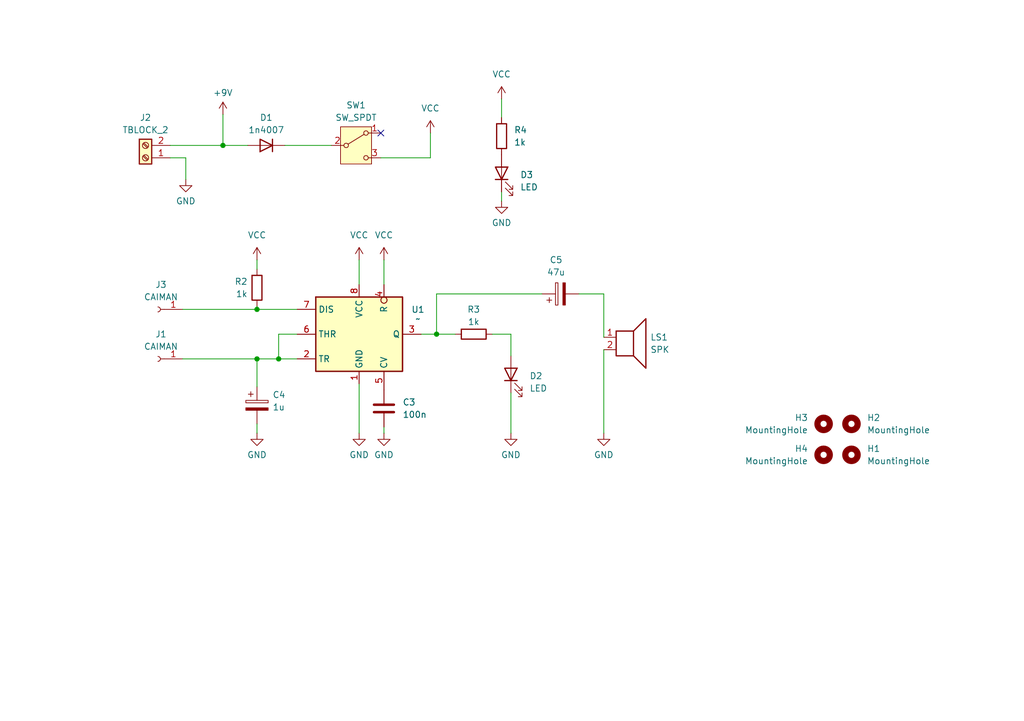
<source format=kicad_sch>
(kicad_sch (version 20250114) (generator "eeschema") (generator_version "9.0")
  (paper "A5")
  (title_block (title "ud_pudu") (date "2025-04-25") (rev "v1") (company "dis8644") (comment 1 "Comenzado y esperamos que terminado en la clase del viernes"))
  (lib_symbols
    (symbol "555_ordenado:555_wellOriented"
      (property "Reference" "U" (at 0 0 0))
      (symbol "555_wellOriented_0_0"
        (pin power_in line (at 0 10.16 270) (length 2.54) (name "VCC") (number "8"))
        (pin power_in line (at 0 -10.16 90) (length 2.54) (name "GND") (number "1"))
      )
      (symbol "555_wellOriented_0_1"
        (rectangle (start -8.89 -7.62) (end 8.89 7.62) (stroke (width 0.254)) (fill (type background)))
        (rectangle (start -8.89 -7.62) (end 8.89 7.62) (stroke (width 0.254)) (fill (type background)))
      )
      (symbol "555_wellOriented_1_1"
        (pin input line (at -12.7 5.08 0) (length 3.81) (name "DIS") (number "7"))
        (pin input line (at -12.7 0 0) (length 3.81) (name "THR") (number "6"))
        (pin input line (at -12.7 -5.08 0) (length 3.81) (name "TR") (number "2"))
        (pin input inverted (at 5.08 10.16 270) (length 3.81) (name "R") (number "4"))
        (pin input line (at 5.08 -11.43 90) (length 3.81) (name "CV") (number "5"))
        (pin output line (at 12.7 0 180) (length 3.81) (name "Q") (number "3"))
      )
    )
    (symbol "Connector:Conn_01x01_Socket" (pin_names (offset 1.016) (hide yes))
      (property "Reference" "J" (at 0 2.54 0))
      (property "Value" "Conn_01x01_Socket" (at 0 -2.54 0))
      (symbol "Conn_01x01_Socket_1_1"
        (polyline (pts (xy -1.27 0) (xy -0.508 0)) (stroke (width 0.1524)))
        (arc (start 0 -0.508) (mid -0.5058 0) (end 0 0.508) (stroke (width 0.1524)))
        (pin passive line (at -5.08 0 0) (length 3.81) (name "Pin_1") (number "1"))
      )
    )
    (symbol "Device:C" (pin_numbers (hide yes)) (pin_names (offset 0.254))
      (property "Reference" "C" (at 0.635 2.54 0))
      (property "Value" "C" (at 0.635 -2.54 0))
      (symbol "C_0_1"
        (polyline (pts (xy -2.032 0.762) (xy 2.032 0.762)) (stroke (width 0.508)))
        (polyline (pts (xy -2.032 -0.762) (xy 2.032 -0.762)) (stroke (width 0.508)))
      )
      (symbol "C_1_1"
        (pin passive line (at 0 3.81 270) (length 2.794) (name "~") (number "1"))
        (pin passive line (at 0 -3.81 90) (length 2.794) (name "~") (number "2"))
      )
    )
    (symbol "Device:C_Polarized" (pin_numbers (hide yes)) (pin_names (offset 0.254))
      (property "Reference" "C" (at 0.635 2.54 0))
      (property "Value" "C_Polarized" (at 0.635 -2.54 0))
      (symbol "C_Polarized_0_1"
        (rectangle (start -2.286 0.508) (end 2.286 1.016))
        (polyline (pts (xy -1.778 2.286) (xy -0.762 2.286)))
        (polyline (pts (xy -1.27 2.794) (xy -1.27 1.778)))
        (rectangle (start 2.286 -0.508) (end -2.286 -1.016) (fill (type outline)))
      )
      (symbol "C_Polarized_1_1"
        (pin passive line (at 0 3.81 270) (length 2.794) (name "~") (number "1"))
        (pin passive line (at 0 -3.81 90) (length 2.794) (name "~") (number "2"))
      )
    )
    (symbol "Device:D" (pin_numbers (hide yes)) (pin_names (offset 1.016) (hide yes))
      (property "Reference" "D" (at 0 2.54 0))
      (property "Value" "D" (at 0 -2.54 0))
      (symbol "D_0_1"
        (polyline (pts (xy -1.27 1.27) (xy -1.27 -1.27)) (stroke (width 0.254)))
        (polyline (pts (xy 1.27 1.27) (xy 1.27 -1.27) (xy -1.27 0) (xy 1.27 1.27)) (stroke (width 0.254)))
        (polyline (pts (xy 1.27 0) (xy -1.27 0)))
      )
      (symbol "D_1_1"
        (pin passive line (at -3.81 0 0) (length 2.54) (name "K") (number "1"))
        (pin passive line (at 3.81 0 180) (length 2.54) (name "A") (number "2"))
      )
    )
    (symbol "Device:LED" (pin_numbers (hide yes)) (pin_names (offset 1.016) (hide yes))
      (property "Reference" "D" (at 0 2.54 0))
      (property "Value" "LED" (at 0 -2.54 0))
      (symbol "LED_0_1"
        (polyline (pts (xy -3.048 -0.762) (xy -4.572 -2.286) (xy -3.81 -2.286) (xy -4.572 -2.286) (xy -4.572 -1.524)))
        (polyline (pts (xy -1.778 -0.762) (xy -3.302 -2.286) (xy -2.54 -2.286) (xy -3.302 -2.286) (xy -3.302 -1.524)))
        (polyline (pts (xy -1.27 0) (xy 1.27 0)))
        (polyline (pts (xy -1.27 -1.27) (xy -1.27 1.27)) (stroke (width 0.254)))
        (polyline (pts (xy 1.27 -1.27) (xy 1.27 1.27) (xy -1.27 0) (xy 1.27 -1.27)) (stroke (width 0.254)))
      )
      (symbol "LED_1_1"
        (pin passive line (at -3.81 0 0) (length 2.54) (name "K") (number "1"))
        (pin passive line (at 3.81 0 180) (length 2.54) (name "A") (number "2"))
      )
    )
    (symbol "Device:R" (pin_numbers (hide yes)) (pin_names (offset 0))
      (property "Reference" "R" (at 2.032 0 90))
      (property "Value" "R" (at 0 0 90))
      (symbol "R_0_1"
        (rectangle (start -1.016 -2.54) (end 1.016 2.54) (stroke (width 0.254)))
      )
      (symbol "R_1_1"
        (pin passive line (at 0 3.81 270) (length 1.27) (name "~") (number "1"))
        (pin passive line (at 0 -3.81 90) (length 1.27) (name "~") (number "2"))
      )
    )
    (symbol "Device:Speaker" (pin_names (offset 0) (hide yes))
      (property "Reference" "LS" (at 1.27 5.715 0))
      (property "Value" "Speaker" (at 1.27 3.81 0))
      (symbol "Speaker_0_0"
        (rectangle (start -2.54 1.27) (end 1.016 -3.81) (stroke (width 0.254)))
        (polyline (pts (xy 1.016 1.27) (xy 3.556 3.81) (xy 3.556 -6.35) (xy 1.016 -3.81)) (stroke (width 0.254)))
      )
      (symbol "Speaker_1_1"
        (pin input line (at -5.08 0 0) (length 2.54) (name "1") (number "1"))
        (pin input line (at -5.08 -2.54 0) (length 2.54) (name "2") (number "2"))
      )
    )
    (symbol "Mechanical:MountingHole" (pin_names (offset 1.016)) (exclude_from_sim yes) (in_bom no)
      (property "Reference" "H" (at 0 5.08 0))
      (property "Value" "MountingHole" (at 0 3.175 0))
      (symbol "MountingHole_0_1"
        (circle (center 0 0) (radius 1.27) (stroke (width 1.27)))
      )
    )
    (symbol "Switch:SW_SPDT" (pin_names (offset 0) (hide yes))
      (property "Reference" "SW" (at 0 5.08 0))
      (property "Value" "SW_SPDT" (at 0 -5.08 0))
      (symbol "SW_SPDT_0_1"
        (circle (center -2.032 0) (radius 0.4572))
        (polyline (pts (xy -1.651 0.254) (xy 1.651 2.286)))
        (circle (center 2.032 2.54) (radius 0.4572))
        (circle (center 2.032 -2.54) (radius 0.4572))
      )
      (symbol "SW_SPDT_1_1"
        (rectangle (start -3.175 3.81) (end 3.175 -3.81) (fill (type background)))
        (pin passive line (at -5.08 0 0) (length 2.54) (name "B") (number "2"))
        (pin passive line (at 5.08 2.54 180) (length 2.54) (name "A") (number "1"))
        (pin passive line (at 5.08 -2.54 180) (length 2.54) (name "C") (number "3"))
      )
    )
    (symbol "conn:Screw_Terminal_01x02" (pin_names (offset 1.016) (hide yes))
      (property "Reference" "J" (at 0 2.54 0))
      (property "Value" "Screw_Terminal_01x02" (at 0 -5.08 0))
      (symbol "Screw_Terminal_01x02_1_1"
        (rectangle (start -1.27 1.27) (end 1.27 -3.81) (stroke (width 0.254)) (fill (type background)))
        (polyline (pts (xy -0.5334 0.3302) (xy 0.3302 -0.508)) (stroke (width 0.1524)))
        (polyline (pts (xy -0.5334 -2.2098) (xy 0.3302 -3.048)) (stroke (width 0.1524)))
        (polyline (pts (xy -0.3556 0.508) (xy 0.508 -0.3302)) (stroke (width 0.1524)))
        (polyline (pts (xy -0.3556 -2.032) (xy 0.508 -2.8702)) (stroke (width 0.1524)))
        (circle (center 0 0) (radius 0.635) (stroke (width 0.1524)))
        (circle (center 0 -2.54) (radius 0.635) (stroke (width 0.1524)))
        (pin passive line (at -5.08 0 0) (length 3.81) (name "Pin_1") (number "1"))
        (pin passive line (at -5.08 -2.54 0) (length 3.81) (name "Pin_2") (number "2"))
      )
    )
    (symbol "power:+9V" (power) (pin_numbers (hide yes)) (pin_names (offset 0) (hide yes))
      (property "Value" "+9V" (at 0 3.556 0))
      (symbol "+9V_0_1"
        (polyline (pts (xy -0.762 1.27) (xy 0 2.54)))
        (polyline (pts (xy 0 2.54) (xy 0.762 1.27)))
        (polyline (pts (xy 0 0) (xy 0 2.54)))
      )
      (symbol "+9V_1_1"
        (pin power_in line (at 0 0 90) (length 0) (name "~") (number "1"))
      )
    )
    (symbol "power:GND" (power) (pin_numbers (hide yes)) (pin_names (offset 0) (hide yes))
      (property "Value" "GND" (at 0 -3.81 0))
      (symbol "GND_0_1"
        (polyline (pts (xy 0 0) (xy 0 -1.27) (xy 1.27 -1.27) (xy 0 -2.54) (xy -1.27 -1.27) (xy 0 -1.27)))
      )
      (symbol "GND_1_1"
        (pin power_in line (at 0 0 270) (length 0) (name "~") (number "1"))
      )
    )
    (symbol "power:VCC" (power) (pin_numbers (hide yes)) (pin_names (offset 0) (hide yes))
      (property "Value" "VCC" (at 0 3.556 0))
      (symbol "VCC_0_1"
        (polyline (pts (xy -0.762 1.27) (xy 0 2.54)))
        (polyline (pts (xy 0 2.54) (xy 0.762 1.27)))
        (polyline (pts (xy 0 0) (xy 0 2.54)))
      )
      (symbol "VCC_1_1"
        (pin power_in line (at 0 0 90) (length 0) (name "~") (number "1"))
      )
    )
  )
  (junction (at 45.72 29.845))
  (junction (at 52.705 73.66))
  (junction (at 52.705 63.5))
  (junction (at 57.15 73.66))
  (junction (at 89.535 68.58))
  (no_connect (at 78.105 27.305))
  (wire (pts (xy 52.705 79.375) (xy 52.705 73.66)))
  (wire (pts (xy 52.705 53.34) (xy 52.705 55.245)))
  (wire (pts (xy 104.775 80.645) (xy 104.775 88.9)))
  (wire (pts (xy 78.74 87.63) (xy 78.74 88.9)))
  (wire (pts (xy 52.705 86.995) (xy 52.705 88.9)))
  (wire (pts (xy 73.66 53.34) (xy 73.66 58.42)))
  (wire (pts (xy 38.1 32.385) (xy 38.1 36.83)))
  (wire (pts (xy 78.74 53.34) (xy 78.74 58.42)))
  (wire (pts (xy 34.925 32.385) (xy 38.1 32.385)))
  (wire (pts (xy 45.72 29.845) (xy 50.8 29.845)))
  (wire (pts (xy 89.535 68.58) (xy 93.345 68.58)))
  (wire (pts (xy 52.705 73.66) (xy 57.15 73.66)))
  (wire (pts (xy 60.96 73.66) (xy 57.15 73.66)))
  (wire (pts (xy 60.96 63.5) (xy 52.705 63.5)))
  (wire (pts (xy 37.465 73.66) (xy 52.705 73.66)))
  (wire (pts (xy 73.66 78.74) (xy 73.66 88.9)))
  (wire (pts (xy 88.265 32.385) (xy 88.265 27.305)))
  (wire (pts (xy 45.72 29.845) (xy 34.925 29.845)))
  (wire (pts (xy 100.965 68.58) (xy 104.775 68.58)))
  (wire (pts (xy 102.87 39.37) (xy 102.87 41.275)))
  (wire (pts (xy 102.87 20.32) (xy 102.87 24.13)))
  (wire (pts (xy 104.775 68.58) (xy 104.775 73.025)))
  (wire (pts (xy 86.36 68.58) (xy 89.535 68.58)))
  (wire (pts (xy 123.825 60.325) (xy 123.825 69.215)))
  (wire (pts (xy 52.705 63.5) (xy 52.705 62.865)))
  (wire (pts (xy 57.15 73.66) (xy 57.15 68.58)))
  (wire (pts (xy 78.105 32.385) (xy 88.265 32.385)))
  (wire (pts (xy 123.825 71.755) (xy 123.825 88.9)))
  (wire (pts (xy 111.125 60.325) (xy 89.535 60.325)))
  (wire (pts (xy 37.465 63.5) (xy 52.705 63.5)))
  (wire (pts (xy 89.535 60.325) (xy 89.535 68.58)))
  (wire (pts (xy 58.42 29.845) (xy 67.945 29.845)))
  (wire (pts (xy 45.72 23.495) (xy 45.72 29.845)))
  (wire (pts (xy 57.15 68.58) (xy 60.96 68.58)))
  (wire (pts (xy 118.745 60.325) (xy 123.825 60.325)))
  (symbol (lib_id "power:GND") (at 52.705 88.9 0) (unit 1)
    (property "Reference" "#PWR06" (effects (hide yes)))
    (property "Value" "GND" (at 52.705 93.345 0))
    (property "Description" "Power symbol creates a global label with name \"GND\" , ground" (effects (hide yes)))
  )
  (symbol (lib_id "Device:C_Polarized") (at 114.935 60.325 90) (unit 1)
    (property "Reference" "C5" (at 114.046 53.34 90))
    (property "Value" "47u" (at 114.046 55.88 90))
    (property "Footprint" "Capacitor_THT:CP_Radial_D6.3mm_P2.50mm" (effects (hide yes)))
    (property "Description" "Polarized capacitor" (effects (hide yes)))
  )
  (symbol (lib_id "Device:R") (at 102.87 27.94 0) (unit 1)
    (property "Reference" "R4" (at 105.41 26.6699 0) (effects (justify left)))
    (property "Value" "1k" (at 105.41 29.2099 0) (effects (justify left)))
    (property "Footprint" "Resistor_THT:R_Axial_DIN0207_L6.3mm_D2.5mm_P10.16mm_Horizontal" (effects (hide yes)))
    (property "Description" "Resistor" (effects (hide yes)))
  )
  (symbol (lib_id "Mechanical:MountingHole") (at 168.91 86.995 0) (mirror y) (unit 1) (exclude_from_sim yes) (in_bom no)
    (property "Reference" "H3" (at 165.735 85.7249 0) (effects (justify left)))
    (property "Value" "MountingHole" (at 165.735 88.2649 0) (effects (justify left)))
    (property "Footprint" "MountingHole:MountingHole_3.2mm_M3" (effects (hide yes)))
    (property "Description" "Mounting Hole without connection" (effects (hide yes)))
  )
  (symbol (lib_id "conn:Screw_Terminal_01x02") (at 29.845 32.385 180) (unit 1)
    (property "Reference" "J2" (at 29.845 24.13 0))
    (property "Value" "TBLOCK_2" (at 29.845 26.67 0))
    (property "Footprint" "TerminalBlock:TerminalBlock_MaiXu_MX126-5.0-02P_1x02_P5.00mm" (effects (hide yes)))
    (property "Description" "Generic screw terminal, single row, 01x02" (effects (hide yes)))
  )
  (symbol (lib_id "power:VCC") (at 52.705 53.34 0) (unit 1)
    (property "Reference" "#PWR05" (effects (hide yes)))
    (property "Value" "VCC" (at 52.705 48.26 0))
    (property "Description" "Power symbol creates a global label with name \"VCC\"" (effects (hide yes)))
  )
  (symbol (lib_id "Device:D") (at 54.61 29.845 180) (unit 1)
    (property "Reference" "D1" (at 54.61 24.13 0))
    (property "Value" "1n4007" (at 54.61 26.67 0))
    (property "Footprint" "Diode_THT:D_DO-41_SOD81_P10.16mm_Horizontal" (effects (hide yes)))
    (property "Description" "Diode" (effects (hide yes)))
    (property "Sim.Device" "D" (effects (hide yes)))
    (property "Sim.Pins" "1=K 2=A" (effects (hide yes)))
  )
  (symbol (lib_id "Connector:Conn_01x01_Socket") (at 32.385 63.5 180) (unit 1)
    (property "Reference" "J3" (at 33.02 58.42 0))
    (property "Value" "CAIMAN" (at 33.02 60.96 0))
    (property "Footprint" "modules_teee2025:caiman" (effects (hide yes)))
    (property "Description" "Generic connector, single row, 01x01, script generated" (effects (hide yes)))
  )
  (symbol (lib_id "Connector:Conn_01x01_Socket") (at 32.385 73.66 180) (unit 1)
    (property "Reference" "J1" (at 33.02 68.58 0))
    (property "Value" "CAIMAN" (at 33.02 71.12 0))
    (property "Footprint" "modules_teee2025:caiman" (effects (hide yes)))
    (property "Description" "Generic connector, single row, 01x01, script generated" (effects (hide yes)))
  )
  (symbol (lib_id "Mechanical:MountingHole") (at 174.625 86.995 0) (unit 1) (exclude_from_sim yes) (in_bom no)
    (property "Reference" "H2" (at 177.8 85.7249 0) (effects (justify left)))
    (property "Value" "MountingHole" (at 177.8 88.2649 0) (effects (justify left)))
    (property "Footprint" "MountingHole:MountingHole_3.2mm_M3" (effects (hide yes)))
    (property "Description" "Mounting Hole without connection" (effects (hide yes)))
  )
  (symbol (lib_id "power:GND") (at 102.87 41.275 0) (unit 1)
    (property "Reference" "#PWR010" (effects (hide yes)))
    (property "Value" "GND" (at 102.87 45.72 0))
    (property "Description" "Power symbol creates a global label with name \"GND\" , ground" (effects (hide yes)))
  )
  (symbol (lib_id "power:GND") (at 38.1 36.83 0) (unit 1)
    (property "Reference" "#PWR013" (effects (hide yes)))
    (property "Value" "GND" (at 38.1 41.275 0))
    (property "Description" "Power symbol creates a global label with name \"GND\" , ground" (effects (hide yes)))
  )
  (symbol (lib_id "power:GND") (at 78.74 88.9 0) (unit 1)
    (property "Reference" "#PWR03" (effects (hide yes)))
    (property "Value" "GND" (at 78.74 93.345 0))
    (property "Description" "Power symbol creates a global label with name \"GND\" , ground" (effects (hide yes)))
  )
  (symbol (lib_id "power:VCC") (at 88.265 27.305 0) (mirror y) (unit 1)
    (property "Reference" "#PWR011" (effects (hide yes)))
    (property "Value" "VCC" (at 88.265 22.225 0))
    (property "Description" "Power symbol creates a global label with name \"VCC\"" (effects (hide yes)))
  )
  (symbol (lib_id "Device:R") (at 52.705 59.055 0) (mirror y) (unit 1)
    (property "Reference" "R2" (at 50.8 57.7849 0) (effects (justify left)))
    (property "Value" "1k" (at 50.8 60.3249 0) (effects (justify left)))
    (property "Footprint" "Resistor_THT:R_Axial_DIN0207_L6.3mm_D2.5mm_P10.16mm_Horizontal" (effects (hide yes)))
    (property "Description" "Resistor" (effects (hide yes)))
  )
  (symbol (lib_id "power:VCC") (at 78.74 53.34 0) (unit 1)
    (property "Reference" "#PWR04" (effects (hide yes)))
    (property "Value" "VCC" (at 78.74 48.26 0))
    (property "Description" "Power symbol creates a global label with name \"VCC\"" (effects (hide yes)))
  )
  (symbol (lib_id "Mechanical:MountingHole") (at 174.625 93.345 0) (unit 1) (exclude_from_sim yes) (in_bom no)
    (property "Reference" "H1" (at 177.8 92.0749 0) (effects (justify left)))
    (property "Value" "MountingHole" (at 177.8 94.6149 0) (effects (justify left)))
    (property "Footprint" "MountingHole:MountingHole_3.2mm_M3" (effects (hide yes)))
    (property "Description" "Mounting Hole without connection" (effects (hide yes)))
  )
  (symbol (lib_id "Device:LED") (at 102.87 35.56 90) (unit 1)
    (property "Reference" "D3" (at 106.68 35.8774 90) (effects (justify right)))
    (property "Value" "LED" (at 106.68 38.4174 90) (effects (justify right)))
    (property "Footprint" "LED_THT:LED_D5.0mm" (effects (hide yes)))
    (property "Description" "Light emitting diode" (effects (hide yes)))
  )
  (symbol (lib_id "Device:Speaker") (at 128.905 69.215 0) (unit 1)
    (property "Reference" "LS1" (at 133.35 69.2149 0) (effects (justify left)))
    (property "Value" "SPK" (at 133.35 71.7549 0) (effects (justify left)))
    (property "Footprint" "TerminalBlock:TerminalBlock_MaiXu_MX126-5.0-02P_1x02_P5.00mm" (effects (hide yes)))
    (property "Description" "Speaker" (effects (hide yes)))
  )
  (symbol (lib_id "555_ordenado:555_wellOriented") (at 73.66 68.58 0) (unit 1)
    (property "Reference" "U1" (at 85.725 63.5314 0))
    (property "Value" "~" (at 85.725 65.4365 0))
    (property "Footprint" "Package_DIP:DIP-8_W7.62mm_Socket_LongPads" (effects (hide yes)))
  )
  (symbol (lib_id "power:VCC") (at 102.87 20.32 0) (mirror y) (unit 1)
    (property "Reference" "#PWR09" (effects (hide yes)))
    (property "Value" "VCC" (at 102.87 15.24 0))
    (property "Description" "Power symbol creates a global label with name \"VCC\"" (effects (hide yes)))
  )
  (symbol (lib_id "power:GND") (at 123.825 88.9 0) (unit 1)
    (property "Reference" "#PWR08" (effects (hide yes)))
    (property "Value" "GND" (at 123.825 93.345 0))
    (property "Description" "Power symbol creates a global label with name \"GND\" , ground" (effects (hide yes)))
  )
  (symbol (lib_id "power:GND") (at 104.775 88.9 0) (unit 1)
    (property "Reference" "#PWR07" (effects (hide yes)))
    (property "Value" "GND" (at 104.775 93.345 0))
    (property "Description" "Power symbol creates a global label with name \"GND\" , ground" (effects (hide yes)))
  )
  (symbol (lib_id "Device:R") (at 97.155 68.58 90) (unit 1)
    (property "Reference" "R3" (at 97.155 63.5 90))
    (property "Value" "1k" (at 97.155 66.04 90))
    (property "Footprint" "Resistor_THT:R_Axial_DIN0207_L6.3mm_D2.5mm_P10.16mm_Horizontal" (effects (hide yes)))
    (property "Description" "Resistor" (effects (hide yes)))
  )
  (symbol (lib_id "Device:C_Polarized") (at 52.705 83.185 0) (unit 1)
    (property "Reference" "C4" (at 55.88 81.0259 0) (effects (justify left)))
    (property "Value" "1u" (at 55.88 83.5659 0) (effects (justify left)))
    (property "Footprint" "Capacitor_THT:CP_Radial_D6.3mm_P2.50mm" (effects (hide yes)))
    (property "Description" "Polarized capacitor" (effects (hide yes)))
  )
  (symbol (lib_id "Switch:SW_SPDT") (at 73.025 29.845 0) (unit 1)
    (property "Reference" "SW1" (at 73.025 21.59 0))
    (property "Value" "SW_SPDT" (at 73.025 24.13 0))
    (property "Footprint" "modules_teee2025:SPDT_PCB_small_P2.5mm" (effects (hide yes)))
    (property "Description" "Switch, single pole double throw" (effects (hide yes)))
  )
  (symbol (lib_id "power:GND") (at 73.66 88.9 0) (unit 1)
    (property "Reference" "#PWR01" (effects (hide yes)))
    (property "Value" "GND" (at 73.66 93.345 0))
    (property "Description" "Power symbol creates a global label with name \"GND\" , ground" (effects (hide yes)))
  )
  (symbol (lib_id "Mechanical:MountingHole") (at 168.91 93.345 0) (mirror y) (unit 1) (exclude_from_sim yes) (in_bom no)
    (property "Reference" "H4" (at 165.735 92.0749 0) (effects (justify left)))
    (property "Value" "MountingHole" (at 165.735 94.6149 0) (effects (justify left)))
    (property "Footprint" "MountingHole:MountingHole_3.2mm_M3" (effects (hide yes)))
    (property "Description" "Mounting Hole without connection" (effects (hide yes)))
  )
  (symbol (lib_id "Device:LED") (at 104.775 76.835 90) (unit 1)
    (property "Reference" "D2" (at 108.585 77.1524 90) (effects (justify right)))
    (property "Value" "LED" (at 108.585 79.6924 90) (effects (justify right)))
    (property "Footprint" "LED_THT:LED_D5.0mm" (effects (hide yes)))
    (property "Description" "Light emitting diode" (effects (hide yes)))
  )
  (symbol (lib_id "power:+9V") (at 45.72 23.495 0) (unit 1)
    (property "Reference" "#PWR012" (effects (hide yes)))
    (property "Value" "+9V" (at 45.72 19.05 0))
    (property "Description" "Power symbol creates a global label with name \"+9V\"" (effects (hide yes)))
  )
  (symbol (lib_id "power:VCC") (at 73.66 53.34 0) (unit 1)
    (property "Reference" "#PWR02" (effects (hide yes)))
    (property "Value" "VCC" (at 73.66 48.26 0))
    (property "Description" "Power symbol creates a global label with name \"VCC\"" (effects (hide yes)))
  )
  (symbol (lib_id "Device:C") (at 78.74 83.82 0) (unit 1)
    (property "Reference" "C3" (at 82.55 82.5499 0) (effects (justify left)))
    (property "Value" "100n" (at 82.55 85.0899 0) (effects (justify left)))
    (property "Footprint" "Capacitor_THT:C_Disc_D6.0mm_W2.5mm_P5.00mm" (effects (hide yes)))
    (property "Description" "Unpolarized capacitor" (effects (hide yes)))
  )
)
</source>
